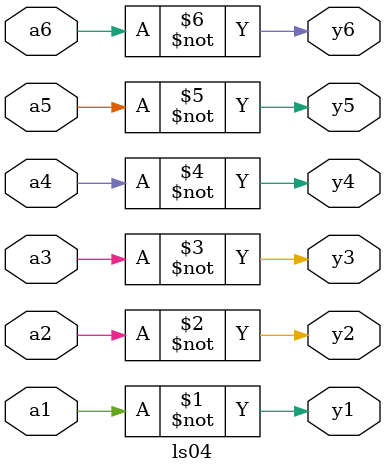
<source format=sv>

/*     _____________
     _|             |_
a1  |_|1          14|_| VCC
     _|             |_                     
y1  |_|2          13|_| a6
     _|             |_
a2  |_|3          12|_| y6
     _|             |_
y2  |_|4          11|_| a5
     _|             |_
a3  |_|5          10|_| y5
     _|             |_
y3  |_|6           9|_| a4
     _|             |_
GND |_|7           8|_| y4
      |_____________|
*/

module ls04
(
	input a1, a2, a3, a4, a5, a6,
	output y1, y2, y3, y4, y5, y6
);

assign y1 = ~a1;
assign y2 = ~a2;
assign y3 = ~a3;
assign y4 = ~a4;
assign y5 = ~a5;
assign y6 = ~a6;
	
endmodule

</source>
